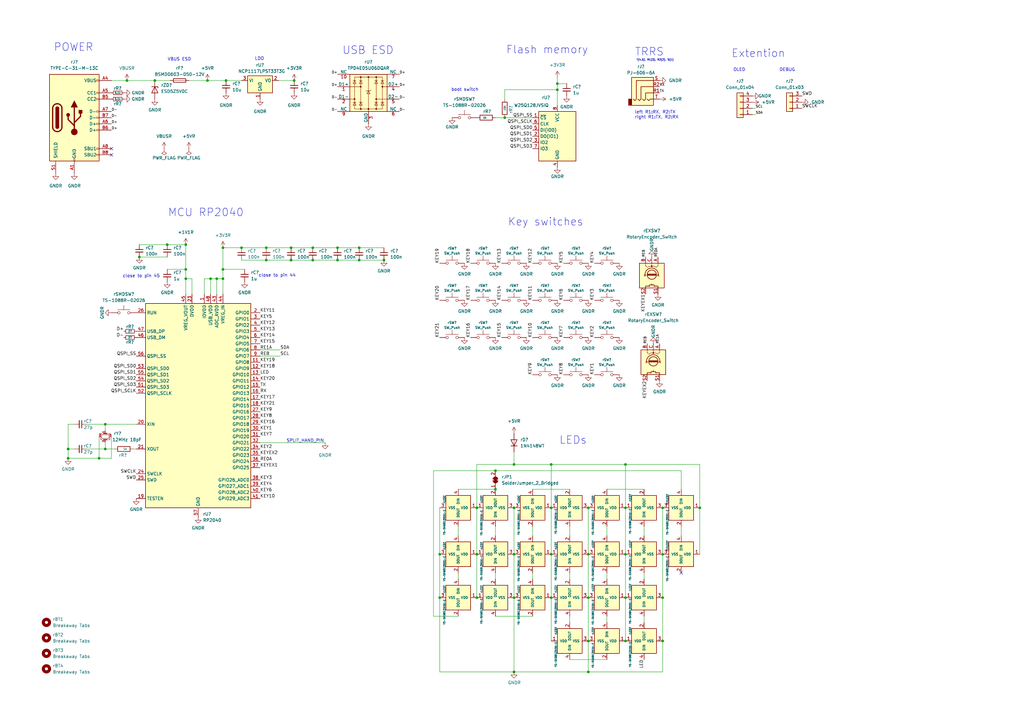
<source format=kicad_sch>
(kicad_sch (version 20231120) (generator "eeschema") (generator_version "8.0")
  (paper "A3")
  (title_block (title "Corne Right") (date "2023-10-07") (rev "4.0.0") (company "foostan"))
  (junction (at 27.94 184.15))
  (junction (at 228.6 36.83))
  (junction (at 180.34 245.11))
  (junction (at 226.06 227.33))
  (junction (at 210.82 245.11))
  (junction (at 91.44 114.3))
  (junction (at 241.3 227.33))
  (junction (at 256.54 227.33))
  (junction (at 128.27 101.6))
  (junction (at 40.64 187.96))
  (junction (at 195.58 208.28))
  (junction (at 43.18 184.15))
  (junction (at 226.06 245.11))
  (junction (at 271.78 262.89))
  (junction (at 271.78 245.11))
  (junction (at 256.54 262.89))
  (junction (at 157.48 106.68))
  (junction (at 91.44 110.49))
  (junction (at 76.2 100.33))
  (junction (at 241.3 245.11))
  (junction (at 92.71 33.02))
  (junction (at 228.6 34.29))
  (junction (at 210.82 190.5))
  (junction (at 57.15 105.41))
  (junction (at 27.94 187.96))
  (junction (at 99.06 101.6))
  (junction (at 88.9 114.3))
  (junction (at 138.43 106.68))
  (junction (at 271.78 208.28))
  (junction (at 52.07 33.02))
  (junction (at 109.22 101.6))
  (junction (at 120.65 33.02))
  (junction (at 226.06 190.5))
  (junction (at 210.82 227.33))
  (junction (at 203.2 193.04))
  (junction (at 203.2 200.66))
  (junction (at 241.3 208.28))
  (junction (at 128.27 106.68))
  (junction (at 207.01 48.26))
  (junction (at 256.54 208.28))
  (junction (at 119.38 106.68))
  (junction (at 86.36 114.3))
  (junction (at 109.22 106.68))
  (junction (at 68.58 100.33))
  (junction (at 256.54 190.5))
  (junction (at 76.2 114.3))
  (junction (at 91.44 101.6))
  (junction (at 287.02 208.28))
  (junction (at 241.3 262.89))
  (junction (at 85.09 33.02))
  (junction (at 256.54 245.11))
  (junction (at 210.82 275.59))
  (junction (at 226.06 208.28))
  (junction (at 63.5 33.02))
  (junction (at 241.3 275.59))
  (junction (at 119.38 101.6))
  (junction (at 147.32 101.6))
  (junction (at 43.18 173.99))
  (junction (at 195.58 245.11))
  (junction (at 180.34 227.33))
  (junction (at 147.32 106.68))
  (junction (at 195.58 227.33))
  (junction (at 210.82 208.28))
  (junction (at 271.78 227.33))
  (junction (at 76.2 110.49))
  (junction (at 138.43 101.6))
  (no_connect (at 45.72 63.5))
  (no_connect (at 279.4 234.95))
  (no_connect (at 45.72 60.96))
  (wire (pts (xy 91.44 101.6) (xy 99.06 101.6)))
  (wire (pts (xy 241.3 208.28) (xy 241.3 227.33)))
  (wire (pts (xy 106.68 146.05) (xy 114.935 146.05)))
  (wire (pts (xy 138.43 101.6) (xy 147.32 101.6)))
  (wire (pts (xy 83.82 114.3) (xy 86.36 114.3)))
  (wire (pts (xy 85.09 33.02) (xy 92.71 33.02)))
  (wire (pts (xy 210.82 227.33) (xy 210.82 245.11)))
  (wire (pts (xy 27.94 187.96) (xy 40.64 187.96)))
  (wire (pts (xy 241.3 262.89) (xy 241.3 275.59)))
  (wire (pts (xy 210.82 190.5) (xy 195.58 190.5)))
  (wire (pts (xy 180.34 245.11) (xy 180.34 275.59)))
  (wire (pts (xy 27.94 173.99) (xy 27.94 184.15)))
  (wire (pts (xy 147.32 106.68) (xy 157.48 106.68)))
  (wire (pts (xy 138.43 106.68) (xy 147.32 106.68)))
  (wire (pts (xy 256.54 227.33) (xy 256.54 245.11)))
  (wire (pts (xy 30.48 173.99) (xy 27.94 173.99)))
  (wire (pts (xy 226.06 245.11) (xy 226.06 262.89)))
  (wire (pts (xy 264.16 234.95) (xy 264.16 237.49)))
  (wire (pts (xy 106.68 181.61) (xy 133.35 181.61)))
  (wire (pts (xy 177.8 193.04) (xy 203.2 193.04)))
  (wire (pts (xy 114.3 33.02) (xy 120.65 33.02)))
  (wire (pts (xy 271.78 275.59) (xy 241.3 275.59)))
  (wire (pts (xy 43.18 184.15) (xy 43.18 181.61)))
  (wire (pts (xy 86.36 114.3) (xy 86.36 120.65)))
  (wire (pts (xy 233.68 252.73) (xy 233.68 255.27)))
  (wire (pts (xy 248.92 215.9) (xy 248.92 219.71)))
  (wire (pts (xy 180.34 208.28) (xy 180.34 227.33)))
  (wire (pts (xy 119.38 101.6) (xy 128.27 101.6)))
  (wire (pts (xy 218.44 234.95) (xy 218.44 237.49)))
  (wire (pts (xy 109.22 106.68) (xy 119.38 106.68)))
  (wire (pts (xy 68.58 110.49) (xy 76.2 110.49)))
  (wire (pts (xy 35.56 184.15) (xy 43.18 184.15)))
  (wire (pts (xy 76.2 110.49) (xy 76.2 114.3)))
  (wire (pts (xy 210.82 275.59) (xy 241.3 275.59)))
  (wire (pts (xy 91.44 114.3) (xy 88.9 114.3)))
  (wire (pts (xy 63.5 33.02) (xy 69.85 33.02)))
  (wire (pts (xy 76.2 100.33) (xy 76.2 110.49)))
  (wire (pts (xy 271.78 245.11) (xy 271.78 262.89)))
  (wire (pts (xy 91.44 120.65) (xy 91.44 114.3)))
  (wire (pts (xy 228.6 36.83) (xy 207.01 36.83)))
  (wire (pts (xy 91.44 101.6) (xy 91.44 110.49)))
  (wire (pts (xy 279.4 193.04) (xy 279.4 200.66)))
  (wire (pts (xy 43.18 176.53) (xy 43.18 173.99)))
  (wire (pts (xy 99.06 106.68) (xy 109.22 106.68)))
  (wire (pts (xy 233.68 237.49) (xy 233.68 234.95)))
  (wire (pts (xy 233.68 200.66) (xy 218.44 200.66)))
  (wire (pts (xy 256.54 245.11) (xy 256.54 262.89)))
  (wire (pts (xy 309.88 46.99) (xy 308.61 46.99)))
  (wire (pts (xy 27.94 184.15) (xy 30.48 184.15)))
  (wire (pts (xy 287.02 208.28) (xy 287.02 227.33)))
  (wire (pts (xy 241.3 227.33) (xy 241.3 245.11)))
  (wire (pts (xy 195.58 190.5) (xy 195.58 208.28)))
  (wire (pts (xy 45.72 187.96) (xy 40.64 187.96)))
  (wire (pts (xy 207.01 48.26) (xy 218.44 48.26)))
  (wire (pts (xy 203.2 252.73) (xy 218.44 252.73)))
  (wire (pts (xy 233.68 219.71) (xy 233.68 215.9)))
  (wire (pts (xy 177.8 193.04) (xy 177.8 252.73)))
  (wire (pts (xy 218.44 219.71) (xy 218.44 215.9)))
  (wire (pts (xy 264.16 215.9) (xy 264.16 219.71)))
  (wire (pts (xy 40.64 179.07) (xy 40.64 187.96)))
  (wire (pts (xy 86.36 114.3) (xy 88.9 114.3)))
  (wire (pts (xy 195.58 227.33) (xy 195.58 245.11)))
  (wire (pts (xy 271.78 208.28) (xy 271.78 227.33)))
  (wire (pts (xy 106.68 143.51) (xy 114.935 143.51)))
  (wire (pts (xy 57.15 105.41) (xy 68.58 105.41)))
  (wire (pts (xy 119.38 106.68) (xy 128.27 106.68)))
  (wire (pts (xy 68.58 100.33) (xy 76.2 100.33)))
  (wire (pts (xy 147.32 101.6) (xy 157.48 101.6)))
  (wire (pts (xy 91.44 110.49) (xy 91.44 114.3)))
  (wire (pts (xy 83.82 114.3) (xy 83.82 120.65)))
  (wire (pts (xy 43.18 173.99) (xy 55.88 173.99)))
  (wire (pts (xy 180.34 227.33) (xy 180.34 245.11)))
  (wire (pts (xy 210.82 208.28) (xy 210.82 227.33)))
  (wire (pts (xy 52.07 33.02) (xy 63.5 33.02)))
  (wire (pts (xy 88.9 114.3) (xy 88.9 120.65)))
  (wire (pts (xy 309.88 44.45) (xy 308.61 44.45)))
  (wire (pts (xy 279.4 215.9) (xy 279.4 219.71)))
  (wire (pts (xy 54.61 184.15) (xy 55.88 184.15)))
  (wire (pts (xy 45.72 33.02) (xy 52.07 33.02)))
  (wire (pts (xy 256.54 190.5) (xy 287.02 190.5)))
  (wire (pts (xy 256.54 190.5) (xy 256.54 208.28)))
  (wire (pts (xy 128.27 101.6) (xy 138.43 101.6)))
  (wire (pts (xy 76.2 120.65) (xy 76.2 114.3)))
  (wire (pts (xy 203.2 237.49) (xy 203.2 234.95)))
  (wire (pts (xy 45.72 179.07) (xy 45.72 187.96)))
  (wire (pts (xy 203.2 219.71) (xy 203.2 215.9)))
  (wire (pts (xy 203.2 193.04) (xy 279.4 193.04)))
  (wire (pts (xy 91.44 110.49) (xy 100.33 110.49)))
  (wire (pts (xy 241.3 245.11) (xy 241.3 262.89)))
  (wire (pts (xy 271.78 262.89) (xy 271.78 275.59)))
  (wire (pts (xy 109.22 101.6) (xy 119.38 101.6)))
  (wire (pts (xy 256.54 208.28) (xy 256.54 227.33)))
  (wire (pts (xy 228.6 36.83) (xy 228.6 43.18)))
  (wire (pts (xy 248.92 270.51) (xy 233.68 270.51)))
  (wire (pts (xy 187.96 234.95) (xy 187.96 237.49)))
  (wire (pts (xy 287.02 190.5) (xy 287.02 208.28)))
  (wire (pts (xy 228.6 31.75) (xy 228.6 34.29)))
  (wire (pts (xy 203.2 48.26) (xy 207.01 48.26)))
  (wire (pts (xy 210.82 190.5) (xy 226.06 190.5)))
  (wire (pts (xy 128.27 106.68) (xy 138.43 106.68)))
  (wire (pts (xy 195.58 208.28) (xy 195.58 227.33)))
  (wire (pts (xy 35.56 173.99) (xy 43.18 173.99)))
  (wire (pts (xy 228.6 34.29) (xy 232.41 34.29)))
  (wire (pts (xy 248.92 234.95) (xy 248.92 237.49)))
  (wire (pts (xy 203.2 200.66) (xy 187.96 200.66)))
  (wire (pts (xy 78.74 114.3) (xy 76.2 114.3)))
  (wire (pts (xy 92.71 33.02) (xy 99.06 33.02)))
  (wire (pts (xy 228.6 34.29) (xy 228.6 36.83)))
  (wire (pts (xy 271.78 227.33) (xy 271.78 245.11)))
  (wire (pts (xy 248.92 200.66) (xy 264.16 200.66)))
  (wire (pts (xy 226.06 208.28) (xy 226.06 227.33)))
  (wire (pts (xy 226.06 190.5) (xy 226.06 208.28)))
  (wire (pts (xy 210.82 185.42) (xy 210.82 190.5)))
  (wire (pts (xy 207.01 36.83) (xy 207.01 40.64)))
  (wire (pts (xy 99.06 101.6) (xy 109.22 101.6)))
  (wire (pts (xy 226.06 190.5) (xy 256.54 190.5)))
  (wire (pts (xy 43.18 184.15) (xy 46.99 184.15)))
  (wire (pts (xy 27.94 184.15) (xy 27.94 187.96)))
  (wire (pts (xy 57.15 100.33) (xy 68.58 100.33)))
  (wire (pts (xy 78.74 120.65) (xy 78.74 114.3)))
  (wire (pts (xy 226.06 227.33) (xy 226.06 245.11)))
  (wire (pts (xy 77.47 33.02) (xy 85.09 33.02)))
  (wire (pts (xy 180.34 275.59) (xy 210.82 275.59)))
  (wire (pts (xy 187.96 215.9) (xy 187.96 219.71)))
  (wire (pts (xy 187.96 252.73) (xy 177.8 252.73)))
  (wire (pts (xy 264.16 252.73) (xy 264.16 255.27)))
  (wire (pts (xy 210.82 245.11) (xy 210.82 275.59)))
  (wire (pts (xy 248.92 252.73) (xy 248.92 255.27)))
  (text "USB ESD" (at 140.335 22.606 0) (effects (font (size 3.175 3.175)) (justify left bottom)))
  (text "Flash memory" (at 207.518 22.352 0) (effects (font (size 3.175 3.175)) (justify left bottom)))
  (text "MCU RP2040" (at 68.834 89.154 0) (effects (font (size 3.175 3.175)) (justify left bottom)))
  (text "DEBUG" (at 319.659 29.464 0) (effects (font (size 1.27 1.27)) (justify left bottom)))
  (text "POWER\n" (at 21.971 21.336 0) (effects (font (size 3.175 3.175)) (justify left bottom)))
  (text "boot switch" (at 185.039 37.592 0) (effects (font (size 1.27 1.27)) (justify left bottom)))
  (text "LDO" (at 104.521 24.892 0) (effects (font (size 1.27 1.27)) (justify left bottom)))
  (text "Key switches" (at 208.28 92.964 0) (effects (font (size 3.175 3.175)) (justify left bottom)))
  (text "LEDs" (at 229.362 182.499 0) (effects (font (size 3.175 3.175)) (justify left bottom)))
  (text "Extention" (at 299.974 23.876 0) (effects (font (size 3.175 3.175)) (justify left bottom)))
  (text "TRRS" (at 260.35 23.241 0) (effects (font (size 3.175 3.175)) (justify left bottom)))
  (text "OLED" (at 300.736 29.464 0) (effects (font (size 1.27 1.27)) (justify left bottom)))
  (text "close to pin 45" (at 50.292 114.046 0) (effects (font (size 1.27 1.27)) (justify left bottom)))
  (text "close to pin 44" (at 106.045 113.792 0) (effects (font (size 1.27 1.27)) (justify left bottom)))
  (text "left R1:RX, R2:TX\nright R1:TX, R2:RX" (at 260.35 48.895 0) (effects (font (size 1.27 1.27)) (justify left bottom)))
  (text "SPLIT_HAND_PIN" (at 117.475 181.61 0) (effects (font (size 1.27 1.27)) (justify left bottom)))
  (text "T(4,5), R1(3), R2(2), S(1)\n" (at 260.985 25.146 0) (effects (font (size 0.762 0.762)) (justify left bottom)))
  (text "VBUS ESD" (at 68.707 25.146 0) (effects (font (size 1.27 1.27)) (justify left bottom)))
  (label "QSPI_SCLK" (at 55.88 161.29 180))
  (label "KEYEX2" (at 265.43 156.21 270))
  (label "SWCLK" (at 55.88 194.31 180))
  (label "TX" (at 106.68 158.75 0))
  (label "RX" (at 270.51 35.56 0) (effects (font (size 1 1))))
  (label "SCL" (at 309.88 44.45 0) (effects (font (size 1 1))))
  (label "RE0A" (at 269.875 105.41 90) (effects (font (size 1 1))))
  (label "KEY8" (at 106.68 171.45 0))
  (label "D+" (at 163.83 35.56 0) (effects (font (size 1 1))))
  (label "KEY19" (at 180.34 107.95 90))
  (label "D-" (at 45.72 45.72 0) (effects (font (size 1 1))))
  (label "KEY18" (at 106.68 151.13 0))
  (label "KEY4" (at 243.84 107.95 90))
  (label "KEY6" (at 231.14 123.19 90))
  (label "RE0A" (at 106.68 189.23 0))
  (label "RX" (at 106.68 161.29 0))
  (label "D-" (at 163.83 40.64 0) (effects (font (size 1 1))))
  (label "KEY14" (at 205.74 123.19 90))
  (label "KEY12" (at 218.44 107.95 90))
  (label "KEY20" (at 180.34 123.19 90))
  (label "QSPI_SD3" (at 55.88 158.75 180))
  (label "QSPI_SCLK" (at 218.44 50.8 180))
  (label "KEY16" (at 106.68 173.99 0))
  (label "QSPI_SD1" (at 218.44 55.88 180))
  (label "KEY3" (at 243.84 123.19 90))
  (label "KEY2" (at 243.84 138.43 90))
  (label "D-" (at 45.72 48.26 0) (effects (font (size 1 1))))
  (label "KEY16" (at 193.04 138.43 90))
  (label "KEY15" (at 205.74 138.43 90))
  (label "SWD" (at 55.88 196.85 180))
  (label "KEY11" (at 218.44 123.19 90))
  (label "SDA" (at 114.935 143.51 0))
  (label "KEY9" (at 106.68 168.91 0))
  (label "KEY18" (at 193.04 107.95 90))
  (label "D+" (at 138.43 35.56 180) (effects (font (size 1 1))))
  (label "D-" (at 163.83 45.72 0) (effects (font (size 1 1))))
  (label "QSPI_SD2" (at 218.44 58.42 180))
  (label "KEY17" (at 193.04 123.19 90))
  (label "QSPI_SD2" (at 55.88 156.21 180))
  (label "KEY13" (at 205.74 107.95 90))
  (label "KEY7" (at 106.68 179.07 0))
  (label "D+" (at 45.72 50.8 0) (effects (font (size 1 1))))
  (label "KEY10" (at 218.44 138.43 90))
  (label "KEY9" (at 218.44 153.67 90))
  (label "QSPI_SS" (at 218.44 48.26 180))
  (label "KEY5" (at 106.68 130.81 0))
  (label "REB" (at 106.68 146.05 0))
  (label "KEY1" (at 243.84 153.67 90))
  (label "SCL" (at 114.935 146.05 0))
  (label "KEY19" (at 106.68 148.59 0))
  (label "KEYEX1" (at 264.795 120.65 270))
  (label "KEY2" (at 106.68 184.15 0))
  (label "TX" (at 270.51 38.1 0) (effects (font (size 1 1))))
  (label "KEY12" (at 106.68 133.35 0))
  (label "QSPI_SS" (at 55.88 146.05 180))
  (label "KEY7" (at 231.14 138.43 90))
  (label "KEY4" (at 106.68 199.39 0))
  (label "QSPI_SD0" (at 218.44 53.34 180))
  (label "KEY15" (at 106.68 140.97 0))
  (label "KEY20" (at 106.68 156.21 0))
  (label "D-" (at 50.8 138.43 180))
  (label "SWD" (at 328.93 39.37 0))
  (label "KEY21" (at 180.34 138.43 90))
  (label "REB" (at 265.43 140.97 90) (effects (font (size 1 1))))
  (label "KEY17" (at 106.68 163.83 0))
  (label "RE1A" (at 270.51 140.97 90) (effects (font (size 1 1))))
  (label "KEY14" (at 106.68 138.43 0))
  (label "D+" (at 163.83 30.48 0) (effects (font (size 1 1))))
  (label "KEY1" (at 106.68 176.53 0))
  (label "LED" (at 264.16 270.51 270))
  (label "KEYEX2" (at 106.68 186.69 0))
  (label "REB" (at 264.795 105.41 90) (effects (font (size 1 1))))
  (label "KEY21" (at 106.68 166.37 0))
  (label "D-" (at 138.43 45.72 180) (effects (font (size 1 1))))
  (label "SWCLK" (at 328.93 44.45 0))
  (label "SDA" (at 309.88 46.99 0) (effects (font (size 1 1))))
  (label "KEYEX1" (at 106.68 191.77 0))
  (label "QSPI_SD3" (at 218.44 60.96 180))
  (label "D+" (at 138.43 30.48 180) (effects (font (size 1 1))))
  (label "D+" (at 50.8 135.89 180))
  (label "KEY13" (at 106.68 135.89 0))
  (label "KEY3" (at 106.68 196.85 0))
  (label "D+" (at 45.72 53.34 0) (effects (font (size 1 1))))
  (label "KEY11" (at 106.68 128.27 0))
  (label "KEY5" (at 231.14 107.95 90))
  (label "D-" (at 138.43 40.64 180) (effects (font (size 1 1))))
  (label "KEY10" (at 106.68 204.47 0))
  (label "KEY6" (at 106.68 201.93 0))
  (label "QSPI_SD0" (at 55.88 151.13 180))
  (label "RE1A" (at 106.68 143.51 0))
  (label "LED" (at 106.68 153.67 0))
  (label "KEY8" (at 231.14 153.67 90))
  (label "QSPI_SD1" (at 55.88 153.67 180))
  (symbol (lib_id "kbd:GNDR") (at 328.93 41.91 90) (unit 1)
    (property "Reference" "#PWR?" (effects (hide yes)))
    (property "Value" "GNDR" (at 332.74 41.91 90) (effects (justify right)))
  )
  (symbol (lib_id "kbd_local:YS-SK6812MINI-E") (at 233.68 245.11 90) (unit 1)
    (property "Reference" "rLED?" (at 227.965 243.205 0) (effects (font (size 0.7366 0.7366)) (justify left)))
    (property "Value" "YS-SK6812MINI-E" (at 227.965 255.905 0) (effects (font (size 0.7366 0.7366)) (justify left)))
    (property "Footprint" "kbd_local:YS-SK6812MINI-E" (effects (hide yes)))
    (property "JLCPCB Part #" "C5149201" (effects (hide yes)))
  )
  (symbol (lib_id "Device:C_Small") (at 33.02 184.15 270) (unit 1)
    (property "Reference" "rC?" (at 34.29 182.88 90) (effects (justify left)))
    (property "Value" "27p" (at 34.29 185.42 90) (effects (justify left)))
    (property "Footprint" "Capacitor_SMD:C_0402_1005Metric" (effects (hide yes)))
  )
  (symbol (lib_id "kbd:+3V3R") (at 120.65 33.02 0) (unit 1)
    (property "Reference" "#PWR070" (effects (hide yes)))
    (property "Value" "+3V3R" (at 120.65 27.94 0))
  )
  (symbol (lib_id "kbd:GNDR") (at 63.5 40.64 0) (unit 1)
    (property "Reference" "#PWR?" (effects (hide yes)))
    (property "Value" "GNDR" (at 63.5 45.085 0))
  )
  (symbol (lib_id "kbd:GNDR") (at 241.3 123.19 0) (unit 1)
    (property "Reference" "#PWR?" (effects (hide yes)))
    (property "Value" "GNDR" (at 241.3 127.635 0))
  )
  (symbol (lib_id "Switch:SW_Push") (at 236.22 123.19 0) (unit 1)
    (property "Reference" "rSW?" (at 236.22 117.094 0) (effects (font (size 1 1))))
    (property "Value" "SW_Push" (at 236.22 119.126 0) (effects (font (size 1 1))))
    (property "Footprint" "kbd_local:keyswitch_choc12_hotswap_1u" (effects (hide yes)))
    (property "JLCPCB Part #" "C5333465" (effects (hide yes)))
  )
  (symbol (lib_name "SW_Push_1") (lib_id "Switch:SW_Push") (at 248.92 107.95 0) (unit 1)
    (property "Reference" "rSW?" (at 248.92 101.854 0) (effects (font (size 1 1))))
    (property "Value" "SW_Push" (at 248.92 103.886 0) (effects (font (size 1 1))))
    (property "Footprint" "kbd_local:keyswitch_choc12_hotswap_1u" (effects (hide yes)))
    (property "JLCPCB Part #" "C5333465" (effects (hide yes)))
  )
  (symbol (lib_id "kbd:GNDR") (at 215.9 107.95 0) (unit 1)
    (property "Reference" "#PWR?" (effects (hide yes)))
    (property "Value" "GNDR" (at 215.9 112.395 0))
  )
  (symbol (lib_id "kbd:GNDR") (at 241.3 153.67 0) (unit 1)
    (property "Reference" "#PWR?" (effects (hide yes)))
    (property "Value" "GNDR" (at 241.3 158.115 0))
  )
  (symbol (lib_id "Regulator_Linear:NCP1117-3.3_SOT223") (at 106.68 33.02 0) (unit 1)
    (property "Reference" "rU?" (at 106.68 26.67 0))
    (property "Value" "NCP1117LPST33T3G" (at 107.315 29.21 0))
    (property "Footprint" "Package_TO_SOT_SMD:SOT-223-3_TabPin2" (effects (hide yes)))
    (property "Datasheet" "http://www.onsemi.com/pub_link/Collateral/NCP1117-D.PDF" (effects (hide yes)))
    (property "JLCPCB Part #" "C146799" (effects (hide yes)))
  )
  (symbol (lib_id "kbd_local:YS-SK6812MINI-E") (at 248.92 208.28 270) (unit 1)
    (property "Reference" "rLED?" (at 243.205 203.2 0) (effects (font (size 0.7366 0.7366)) (justify left)))
    (property "Value" "YS-SK6812MINI-E" (at 243.205 208.915 0) (effects (font (size 0.7366 0.7366)) (justify left)))
    (property "Footprint" "kbd_local:YS-SK6812MINI-E" (effects (hide yes)))
    (property "JLCPCB Part #" "C5149201" (effects (hide yes)))
  )
  (symbol (lib_id "kbd_local:VBUSR") (at 67.31 60.96 0) (unit 1)
    (property "Reference" "#PWR065" (effects (hide yes)))
    (property "Value" "VBUSR" (at 67.31 55.88 0))
  )
  (symbol (lib_id "kbd:GNDR") (at 267.97 140.97 180) (unit 1)
    (property "Reference" "#PWR?" (effects (hide yes)))
    (property "Value" "GNDR" (at 267.97 135.89 90))
  )
  (symbol (lib_id "Device:Fuse") (at 73.66 33.02 90) (unit 1)
    (property "Reference" "rF?" (at 73.66 27.94 90))
    (property "Value" "BSMD0603-050-12V" (at 73.66 30.48 90))
    (property "Footprint" "Fuse:Fuse_0603_1608Metric" (effects (hide yes)))
    (property "Description" "12V 500mA 40A 1A 0603 Resettable Fuses ROHS" (effects (hide yes)))
    (property "JLCPCB Part #" "C2844464" (effects (hide yes)))
  )
  (symbol (lib_id "kbd:GNDR") (at 215.9 123.19 0) (unit 1)
    (property "Reference" "#PWR?" (effects (hide yes)))
    (property "Value" "GNDR" (at 215.9 127.635 0))
  )
  (symbol (lib_id "Connector:USB_C_Receptacle_USB2.0") (at 30.48 48.26 0) (unit 1)
    (property "Reference" "rJ?" (at 30.48 25.4 0))
    (property "Value" "TYPE-C-31-M-13C" (at 30.48 27.94 0))
    (property "Footprint" "kbd_local:TYPE-C-31-M-13C" (effects (hide yes)))
    (property "Datasheet" "https://www.usb.org/sites/default/files/documents/usb_type-c.zip" (effects (hide yes)))
    (property "JLCPCB Part #" "C2848620" (effects (hide yes)))
  )
  (symbol (lib_id "kbd:GNDR") (at 22.86 71.12 0) (unit 1)
    (property "Reference" "#PWR?" (effects (hide yes)))
    (property "Value" "GNDR" (at 22.86 76.2 0))
  )
  (symbol (lib_id "kbd:GNDR") (at 81.28 212.09 0) (unit 1)
    (property "Reference" "#PWR?" (effects (hide yes)))
    (property "Value" "GNDR" (at 81.28 216.535 0))
  )
  (symbol (lib_id "Device:RotaryEncoder_Switch") (at 267.97 148.59 270) (unit 1)
    (property "Reference" "rEXSW?" (at 267.97 128.905 90))
    (property "Value" "RotaryEncoder_Switch" (at 267.97 131.445 90))
    (property "Footprint" "kbd_local:keyswitch_choc12_hotswap_1u_rotary_encoder_ec12" (effects (hide yes)))
    (property "JLCPCB Part #" "C5333465" (effects (hide yes)))
  )
  (symbol (lib_id "kbd:GNDR") (at 50.8 40.64 90) (unit 1)
    (property "Reference" "#PWR?" (effects (hide yes)))
    (property "Value" "GNDR" (at 53.975 40.64 90) (effects (justify right)))
  )
  (symbol (lib_id "Switch:SW_Push") (at 236.22 107.95 0) (unit 1)
    (property "Reference" "rSW?" (at 236.22 101.854 0) (effects (font (size 1 1))))
    (property "Value" "SW_Push" (at 236.22 103.886 0) (effects (font (size 1 1))))
    (property "Footprint" "kbd_local:keyswitch_choc12_hotswap_1u" (effects (hide yes)))
    (property "JLCPCB Part #" "C5333465" (effects (hide yes)))
  )
  (symbol (lib_id "kbd:GNDR") (at 190.5 107.95 0) (unit 1)
    (property "Reference" "#PWR?" (effects (hide yes)))
    (property "Value" "GNDR" (at 190.5 112.395 0))
  )
  (symbol (lib_id "kbd_local:YS-SK6812MINI-E") (at 203.2 208.28 90) (unit 1)
    (property "Reference" "rLED?" (at 197.485 206.375 0) (effects (font (size 0.7366 0.7366)) (justify left)))
    (property "Value" "YS-SK6812MINI-E" (at 197.485 219.71 0) (effects (font (size 0.7366 0.7366)) (justify left)))
    (property "Footprint" "kbd_local:YS-SK6812MINI-E" (effects (hide yes)))
    (property "JLCPCB Part #" "C5149201" (effects (hide yes)))
  )
  (symbol (lib_id "Switch:SW_Push") (at 198.12 138.43 0) (unit 1)
    (property "Reference" "rSW?" (at 198.12 132.334 0) (effects (font (size 1 1))))
    (property "Value" "SW_Push" (at 198.12 134.366 0) (effects (font (size 1 1))))
    (property "Footprint" "kbd_local:keyswitch_choc12_hotswap_1u" (effects (hide yes)))
    (property "JLCPCB Part #" "C5333465" (effects (hide yes)))
  )
  (symbol (lib_id "kbd:+5VR") (at 210.82 177.8 0) (unit 1)
    (property "Reference" "#PWR069" (effects (hide yes)))
    (property "Value" "+5VR" (at 210.82 172.72 0))
  )
  (symbol (lib_id "kbd_local:YS-SK6812MINI-E") (at 233.68 227.33 90) (unit 1)
    (property "Reference" "rLED?" (at 227.965 225.425 0) (effects (font (size 0.7366 0.7366)) (justify left)))
    (property "Value" "YS-SK6812MINI-E" (at 227.965 238.125 0) (effects (font (size 0.7366 0.7366)) (justify left)))
    (property "Footprint" "kbd_local:YS-SK6812MINI-E" (effects (hide yes)))
    (property "JLCPCB Part #" "C5149201" (effects (hide yes)))
  )
  (symbol (lib_id "kbd:GNDR") (at 254 138.43 0) (unit 1)
    (property "Reference" "#PWR?" (effects (hide yes)))
    (property "Value" "GNDR" (at 254 142.875 0))
  )
  (symbol (lib_id "kbd:GNDR") (at 151.13 50.8 0) (unit 1)
    (property "Reference" "#PWR?" (effects (hide yes)))
    (property "Value" "GNDR" (at 151.13 55.88 0))
  )
  (symbol (lib_id "kbd:GNDR") (at 269.875 120.65 0) (unit 1)
    (property "Reference" "#PWR?" (effects (hide yes)))
    (property "Value" "GNDR" (at 269.875 125.095 0))
  )
  (symbol (lib_id "Switch:SW_Push") (at 210.82 138.43 0) (unit 1)
    (property "Reference" "rSW?" (at 210.82 132.334 0) (effects (font (size 1 1))))
    (property "Value" "SW_Push" (at 210.82 134.366 0) (effects (font (size 1 1))))
    (property "Footprint" "kbd_local:keyswitch_choc12_hotswap_1u" (effects (hide yes)))
    (property "JLCPCB Part #" "C5333465" (effects (hide yes)))
  )
  (symbol (lib_id "Device:R_Small") (at 48.26 40.64 270) (unit 1)
    (property "Reference" "rR?" (at 48.26 42.545 90))
    (property "Value" "5.1k" (at 48.26 40.64 90) (effects (font (size 0.762 0.762))))
    (property "Footprint" "Resistor_SMD:R_0402_1005Metric" (effects (hide yes)))
  )
  (symbol (lib_id "Diode:1N4148WT") (at 210.82 181.61 90) (unit 1)
    (property "Reference" "rD?" (at 213.36 180.34 90) (effects (justify right)))
    (property "Value" "1N4148WT" (at 213.36 182.88 90) (effects (justify right)))
    (property "Footprint" "Diode_SMD:D_SOD-523" (effects (hide yes)))
    (property "Datasheet" "https://www.diodes.com/assets/Datasheets/ds30396.pdf" (effects (hide yes)))
    (property "JLCPCB Part #" "C232841" (effects (hide yes)))
  )
  (symbol (lib_id "Device:Crystal_GND24_Small") (at 43.18 179.07 270) (unit 1)
    (property "Reference" "rY?" (at 48.26 177.8 90))
    (property "Value" "12MHz 18pF" (at 52.07 180.34 90))
    (property "Footprint" "Crystal:Crystal_SMD_3225-4Pin_3.2x2.5mm" (effects (hide yes)))
    (property "Description" "12MHz 18pF ±20ppm SMD3225-4P Crystals ROHS" (effects (hide yes)))
    (property "MFR.Part #" "Q22FA23V0041800" (effects (hide yes)))
    (property "JLCPCB Part #" "C91749" (effects (hide yes)))
  )
  (symbol (lib_id "kbd_local:YS-SK6812MINI-E") (at 248.92 245.11 270) (unit 1)
    (property "Reference" "rLED?" (at 243.205 239.395 0) (effects (font (size 0.7366 0.7366)) (justify left)))
    (property "Value" "YS-SK6812MINI-E" (at 243.205 245.745 0) (effects (font (size 0.7366 0.7366)) (justify left)))
    (property "Footprint" "kbd_local:YS-SK6812MINI-E" (effects (hide yes)))
    (property "JLCPCB Part #" "C5149201" (effects (hide yes)))
  )
  (symbol (lib_id "Switch:SW_Push") (at 248.92 153.67 0) (unit 1)
    (property "Reference" "rSW?" (at 248.92 147.574 0) (effects (font (size 1 1))))
    (property "Value" "SW_Push" (at 248.92 149.606 0) (effects (font (size 1 1))))
    (property "Footprint" "kbd_local:keyswitch_choc12_hotswap_1.5u" (effects (hide yes)))
    (property "JLCPCB Part #" "C5333465" (effects (hide yes)))
  )
  (symbol (lib_id "kbd:GNDR") (at 215.9 138.43 0) (unit 1)
    (property "Reference" "#PWR?" (effects (hide yes)))
    (property "Value" "GNDR" (at 215.9 142.875 0))
  )
  (symbol (lib_id "kbd:GNDR") (at 185.42 48.26 0) (unit 1)
    (property "Reference" "#PWR?" (effects (hide yes)))
    (property "Value" "GNDR" (at 185.42 52.07 0))
  )
  (symbol (lib_id "Mechanical:MountingHole") (at 19.05 274.32 0) (unit 1)
    (property "Reference" "rBT4" (at 21.59 273.05 0) (effects (justify left)))
    (property "Value" "Breakaway Tabs" (at 21.59 275.59 0) (effects (justify left)))
    (property "Footprint" "kbd_local:Breakaway_Tabs" (effects (hide yes)))
  )
  (symbol (lib_id "Device:C_Small") (at 57.15 102.87 0) (unit 1)
    (property "Reference" "rC?" (at 59.69 101.6 0) (effects (justify left)))
    (property "Value" "100n" (at 59.69 104.14 0) (effects (justify left)))
    (property "Footprint" "Capacitor_SMD:C_0402_1005Metric" (effects (hide yes)))
  )
  (symbol (lib_id "Diode:ESD5Zxx") (at 63.5 36.83 270) (unit 1)
    (property "Reference" "rZD?" (at 66.04 34.925 90) (effects (justify left)))
    (property "Value" "ESD5Z5V0C" (at 66.04 37.465 90) (effects (justify left)))
    (property "Footprint" "Diode_SMD:D_SOD-523" (effects (hide yes)))
    (property "Datasheet" "https://www.onsemi.com/pdf/datasheet/esd5z2.5t1-d.pdf" (effects (hide yes)))
    (property "JLCPCB Part #" "C2901325" (effects (hide yes)))
  )
  (symbol (lib_id "kbd_local:VBUSR") (at 52.07 33.02 0) (unit 1)
    (property "Reference" "#PWR066" (effects (hide yes)))
    (property "Value" "VBUSR" (at 52.07 27.94 0))
  )
  (symbol (lib_id "kbd_local:YS-SK6812MINI-E") (at 248.92 262.89 270) (unit 1)
    (property "Reference" "rLED?" (at 243.205 257.175 0) (effects (font (size 0.7366 0.7366)) (justify left)))
    (property "Value" "YS-SK6812MINI-E" (at 243.205 263.525 0) (effects (font (size 0.7366 0.7366)) (justify left)))
    (property "Footprint" "kbd_local:YS-SK6812MINI-E" (effects (hide yes)))
    (property "JLCPCB Part #" "C5149201" (effects (hide yes)))
  )
  (symbol (lib_id "kbd:GNDR") (at 55.88 204.47 0) (unit 1)
    (property "Reference" "#PWR?" (effects (hide yes)))
    (property "Value" "GNDR" (at 55.88 208.915 0))
  )
  (symbol (lib_id "Device:C_Small") (at 68.58 102.87 0) (unit 1)
    (property "Reference" "rC?" (at 71.12 101.6 0) (effects (justify left)))
    (property "Value" "100n" (at 71.12 104.14 0) (effects (justify left)))
    (property "Footprint" "Capacitor_SMD:C_0402_1005Metric" (effects (hide yes)))
  )
  (symbol (lib_id "kbd:GNDR") (at 241.3 138.43 0) (unit 1)
    (property "Reference" "#PWR?" (effects (hide yes)))
    (property "Value" "GNDR" (at 241.3 142.875 0))
  )
  (symbol (lib_id "kbd_local:YS-SK6812MINI-E") (at 233.68 208.28 90) (unit 1)
    (property "Reference" "rLED?" (at 227.965 206.375 0) (effects (font (size 0.7366 0.7366)) (justify left)))
    (property "Value" "YS-SK6812MINI-E" (at 227.965 219.075 0) (effects (font (size 0.7366 0.7366)) (justify left)))
    (property "Footprint" "kbd_local:YS-SK6812MINI-E" (effects (hide yes)))
    (property "JLCPCB Part #" "C5149201" (effects (hide yes)))
  )
  (symbol (lib_id "kbd_local:YS-SK6812MINI-E") (at 264.16 208.28 90) (unit 1)
    (property "Reference" "rLED?" (at 258.445 205.74 0) (effects (font (size 0.7366 0.7366)) (justify left)))
    (property "Value" "YS-SK6812MINI-E" (at 258.445 219.075 0) (effects (font (size 0.7366 0.7366)) (justify left)))
    (property "Footprint" "kbd_local:YS-SK6812MINI-E" (effects (hide yes)))
    (property "JLCPCB Part #" "C5149201" (effects (hide yes)))
  )
  (symbol (lib_id "kbd:GNDR") (at 254 123.19 0) (unit 1)
    (property "Reference" "#PWR?" (effects (hide yes)))
    (property "Value" "GNDR" (at 254 127.635 0))
  )
  (symbol (lib_id "Device:C_Small") (at 100.33 113.03 0) (unit 1)
    (property "Reference" "rC?" (at 102.87 111.76 0) (effects (justify left)))
    (property "Value" "1u" (at 102.87 114.3 0) (effects (justify left)))
    (property "Footprint" "Capacitor_SMD:C_0402_1005Metric" (effects (hide yes)))
  )
  (symbol (lib_id "Switch:SW_Push") (at 198.12 123.19 0) (unit 1)
    (property "Reference" "rSW?" (at 198.12 117.094 0) (effects (font (size 1 1))))
    (property "Value" "SW_Push" (at 198.12 119.126 0) (effects (font (size 1 1))))
    (property "Footprint" "kbd_local:keyswitch_choc12_hotswap_1u" (effects (hide yes)))
    (property "JLCPCB Part #" "C5333465" (effects (hide yes)))
  )
  (symbol (lib_id "Device:C_Small") (at 128.27 104.14 0) (unit 1)
    (property "Reference" "rC?" (at 130.81 102.87 0) (effects (justify left)))
    (property "Value" "100n" (at 131.445 105.41 0) (effects (justify left)))
    (property "Footprint" "Capacitor_SMD:C_0402_1005Metric" (effects (hide yes)))
  )
  (symbol (lib_id "Switch:SW_Push") (at 185.42 138.43 0) (unit 1)
    (property "Reference" "rSW?" (at 185.42 132.334 0) (effects (font (size 1 1))))
    (property "Value" "SW_Push" (at 185.42 134.366 0) (effects (font (size 1 1))))
    (property "Footprint" "kbd_local:keyswitch_choc12_hotswap_1u" (effects (hide yes)))
    (property "JLCPCB Part #" "C5333465" (effects (hide yes)))
  )
  (symbol (lib_id "kbd:GNDR") (at 57.15 105.41 0) (unit 1)
    (property "Reference" "#PWR?" (effects (hide yes)))
    (property "Value" "GNDR" (at 57.15 109.855 0))
  )
  (symbol (lib_id "kbd:GNDR") (at 106.68 40.64 0) (unit 1)
    (property "Reference" "#PWR?" (effects (hide yes)))
    (property "Value" "GNDR" (at 106.68 45.72 0))
  )
  (symbol (lib_id "kbd:GNDR") (at 210.82 275.59 0) (unit 1)
    (property "Reference" "#PWR?" (effects (hide yes)))
    (property "Value" "GNDR" (at 210.947 279.9842 0))
  )
  (symbol (lib_id "kbd:+1V1R") (at 76.2 100.33 0) (unit 1)
    (property "Reference" "#PWR073" (effects (hide yes)))
    (property "Value" "+1V1R" (at 76.2 95.25 0))
  )
  (symbol (lib_id "kbd:GNDR") (at 270.51 33.02 90) (unit 1)
    (property "Reference" "#PWR?" (effects (hide yes)))
    (property "Value" "GNDR" (at 274.32 33.02 90) (effects (justify right)))
  )
  (symbol (lib_id "kbd:+5VR") (at 85.09 33.02 0) (unit 1)
    (property "Reference" "#PWR068" (effects (hide yes)))
    (property "Value" "+5VR" (at 85.09 27.94 0))
  )
  (symbol (lib_id "kbd:GNDR") (at 254 107.95 0) (unit 1)
    (property "Reference" "#PWR?" (effects (hide yes)))
    (property "Value" "GNDR" (at 254 112.395 0))
  )
  (symbol (lib_id "Switch:SW_Push") (at 223.52 153.67 0) (unit 1)
    (property "Reference" "rSW?" (at 223.52 147.574 0) (effects (font (size 1 1))))
    (property "Value" "SW_Push" (at 223.52 149.606 0) (effects (font (size 1 1))))
    (property "Footprint" "kbd_local:keyswitch_choc12_hotswap_1u" (effects (hide yes)))
    (property "JLCPCB Part #" "C5333465" (effects (hide yes)))
  )
  (symbol (lib_id "Device:C_Small") (at 119.38 104.14 0) (unit 1)
    (property "Reference" "rC?" (at 121.92 102.87 0) (effects (justify left)))
    (property "Value" "100n" (at 121.92 105.41 0) (effects (justify left)))
    (property "Footprint" "Capacitor_SMD:C_0402_1005Metric" (effects (hide yes)))
  )
  (symbol (lib_id "Switch:SW_Push") (at 185.42 107.95 0) (unit 1)
    (property "Reference" "rSW?" (at 185.42 101.854 0) (effects (font (size 1 1))))
    (property "Value" "SW_Push" (at 185.42 103.886 0) (effects (font (size 1 1))))
    (property "Footprint" "kbd_local:keyswitch_choc12_hotswap_1u" (effects (hide yes)))
    (property "JLCPCB Part #" "C5333465" (effects (hide yes)))
  )
  (symbol (lib_id "Power_Protection:TPD4EUSB30") (at 151.13 38.1 0) (unit 1)
    (property "Reference" "rU?" (at 151.13 25.4 0))
    (property "Value" "TPD4E05U06DQAR" (at 151.13 27.94 0))
    (property "Footprint" "Package_SON:USON-10_2.5x1.0mm_P0.5mm" (effects (hide yes)))
    (property "Datasheet" "http://www.ti.com/lit/ds/symlink/tpd2eusb30a.pdf" (effects (hide yes)))
    (property "JLCPCB Part #" "C138714" (effects (hide yes)))
  )
  (symbol (lib_id "Device:C_Small") (at 33.02 173.99 270) (unit 1)
    (property "Reference" "rC?" (at 34.29 172.72 90) (effects (justify left)))
    (property "Value" "27p" (at 34.29 175.26 90) (effects (justify left)))
    (property "Footprint" "Capacitor_SMD:C_0402_1005Metric" (effects (hide yes)))
  )
  (symbol (lib_id "kbd:GNDR") (at 30.48 71.12 0) (unit 1)
    (property "Reference" "#PWR?" (effects (hide yes)))
    (property "Value" "GNDR" (at 30.48 76.2 0))
  )
  (symbol (lib_id "Device:RotaryEncoder_Switch") (at 267.335 113.03 270) (unit 1)
    (property "Reference" "rEXSW?" (at 267.335 94.615 90))
    (property "Value" "RotaryEncoder_Switch" (at 267.335 97.155 90))
    (property "Footprint" "kbd_local:keyswitch_choc12_hotswap_1u_rotary_encoder_ec12" (effects (hide yes)))
    (property "JLCPCB Part #" "C5333465" (effects (hide yes)))
  )
  (symbol (lib_id "Switch:SW_Push") (at 248.92 138.43 0) (unit 1)
    (property "Reference" "rSW?" (at 248.92 132.334 0) (effects (font (size 1 1))))
    (property "Value" "SW_Push" (at 248.92 134.366 0) (effects (font (size 1 1))))
    (property "Footprint" "kbd_local:keyswitch_choc12_hotswap_1u" (effects (hide yes)))
    (property "JLCPCB Part #" "C5333465" (effects (hide yes)))
  )
  (symbol (lib_id "kbd:+5VR") (at 308.61 41.91 270) (unit 1)
    (property "Reference" "#PWR075" (effects (hide yes)))
    (property "Value" "+5VR" (at 312.42 41.91 90) (effects (justify left)))
  )
  (symbol (lib_id "Device:C_Small") (at 92.71 35.56 0) (unit 1)
    (property "Reference" "rC?" (at 95.25 34.29 0) (effects (justify left)))
    (property "Value" "10u" (at 95.25 36.83 0) (effects (justify left)))
    (property "Footprint" "Capacitor_SMD:C_0402_1005Metric" (effects (hide yes)))
  )
  (symbol (lib_id "kbd:GNDR") (at 308.61 39.37 90) (unit 1)
    (property "Reference" "#PWR?" (effects (hide yes)))
    (property "Value" "GNDR" (at 313.69 39.37 90))
  )
  (symbol (lib_id "Switch:SW_Push") (at 210.82 107.95 0) (unit 1)
    (property "Reference" "rSW?" (at 210.82 101.854 0) (effects (font (size 1 1))))
    (property "Value" "SW_Push" (at 210.82 103.886 0) (effects (font (size 1 1))))
    (property "Footprint" "kbd_local:keyswitch_choc12_hotswap_1u" (effects (hide yes)))
    (property "JLCPCB Part #" "C5333465" (effects (hide yes)))
  )
  (symbol (lib_id "kbd:GNDR") (at 120.65 38.1 0) (unit 1)
    (property "Reference" "#PWR?" (effects (hide yes)))
    (property "Value" "GNDR" (at 120.65 43.18 0))
  )
  (symbol (lib_id "Device:R") (at 50.8 184.15 90) (unit 1)
    (property "Reference" "rR?" (at 52.07 186.69 90) (effects (justify left)))
    (property "Value" "1k" (at 52.07 184.15 90) (effects (font (size 0.762 0.762)) (justify left)))
    (property "Footprint" "Resistor_SMD:R_0402_1005Metric" (effects (hide yes)))
  )
  (symbol (lib_id "kbd_local:YS-SK6812MINI-E") (at 279.4 208.28 270) (unit 1)
    (property "Reference" "rEXLED?" (at 273.685 202.565 0) (effects (font (size 0.7366 0.7366)) (justify left)))
    (property "Value" "YS-SK6812MINI-E" (at 273.685 208.915 0) (effects (font (size 0.7366 0.7366)) (justify left)))
    (property "Footprint" "kbd_local:YS-SK6812MINI-E" (effects (hide yes)))
    (property "JLCPCB Part #" "C5149201" (effects (hide yes)))
  )
  (symbol (lib_id "kbd:+5VR") (at 270.51 40.64 270) (unit 1)
    (property "Reference" "#PWR074" (effects (hide yes)))
    (property "Value" "+5VR" (at 274.32 40.64 90) (effects (justify left)))
  )
  (symbol (lib_id "Device:R") (at 207.01 44.45 180) (unit 1)
    (property "Reference" "rR?" (at 209.55 43.18 90) (effects (justify left)))
    (property "Value" "10k" (at 207.01 43.18 90) (effects (font (size 0.762 0.762)) (justify left)))
    (property "Footprint" "Resistor_SMD:R_0402_1005Metric" (effects (hide yes)))
  )
  (symbol (lib_id "kbd_local:YS-SK6812MINI-E") (at 233.68 262.89 90) (unit 1)
    (property "Reference" "rLED?" (at 227.965 260.35 0) (effects (font (size 0.7366 0.7366)) (justify left)))
    (property "Value" "YS-SK6812MINI-E" (at 227.965 273.685 0) (effects (font (size 0.7366 0.7366)) (justify left)))
    (property "Footprint" "kbd_local:YS-SK6812MINI-E" (effects (hide yes)))
    (property "JLCPCB Part #" "C5149201" (effects (hide yes)))
  )
  (symbol (lib_id "kbd_local:YS-SK6812MINI-E") (at 187.96 245.11 270) (unit 1)
    (property "Reference" "rLED?" (at 182.245 240.03 0) (effects (font (size 0.7366 0.7366)) (justify left)))
    (property "Value" "YS-SK6812MINI-E" (at 182.245 245.745 0) (effects (font (size 0.7366 0.7366)) (justify left)))
    (property "Footprint" "kbd_local:YS-SK6812MINI-E" (effects (hide yes)))
    (property "JLCPCB Part #" "C5149201" (effects (hide yes)))
  )
  (symbol (lib_id "Switch:SW_Push") (at 236.22 138.43 0) (unit 1)
    (property "Reference" "rSW?" (at 236.22 132.334 0) (effects (font (size 1 1))))
    (property "Value" "SW_Push" (at 236.22 134.366 0) (effects (font (size 1 1))))
    (property "Footprint" "kbd_local:keyswitch_choc12_hotswap_1u" (effects (hide yes)))
    (property "JLCPCB Part #" "C5333465" (effects (hide yes)))
  )
  (symbol (lib_id "kbd:GNDR") (at 203.2 107.95 0) (unit 1)
    (property "Reference" "#PWR?" (effects (hide yes)))
    (property "Value" "GNDR" (at 203.2 112.395 0))
  )
  (symbol (lib_id "kbd:GNDR") (at 45.72 128.27 270) (unit 1)
    (property "Reference" "#PWR?" (effects (hide yes)))
    (property "Value" "GNDR" (at 41.91 128.27 0))
  )
  (symbol (lib_id "Switch:SW_Push") (at 50.8 128.27 0) (unit 1)
    (property "Reference" "rSMDSW?" (at 50.8 120.65 0))
    (property "Value" "TS-1088R-02026" (at 50.8 123.19 0))
    (property "Footprint" "kbd_local:TS-1088R-02026" (effects (hide yes)))
    (property "JLCPCB Part #" "C455280" (effects (hide yes)))
  )
  (symbol (lib_id "Switch:SW_Push") (at 210.82 123.19 0) (unit 1)
    (property "Reference" "rSW?" (at 210.82 117.094 0) (effects (font (size 1 1))))
    (property "Value" "SW_Push" (at 210.82 119.126 0) (effects (font (size 1 1))))
    (property "Footprint" "kbd_local:keyswitch_choc12_hotswap_1u" (effects (hide yes)))
    (property "JLCPCB Part #" "C5333465" (effects (hide yes)))
  )
  (symbol (lib_id "kbd:+3V3R") (at 91.44 101.6 0) (unit 1)
    (property "Reference" "#PWR072" (effects (hide yes)))
    (property "Value" "+3V3R" (at 91.44 96.52 0))
  )
  (symbol (lib_id "kbd_local:YS-SK6812MINI-E") (at 264.16 245.11 90) (unit 1)
    (property "Reference" "rLED?" (at 258.445 242.57 0) (effects (font (size 0.7366 0.7366)) (justify left)))
    (property "Value" "YS-SK6812MINI-E" (at 258.445 255.905 0) (effects (font (size 0.7366 0.7366)) (justify left)))
    (property "Footprint" "kbd_local:YS-SK6812MINI-E" (effects (hide yes)))
    (property "JLCPCB Part #" "C5149201" (effects (hide yes)))
  )
  (symbol (lib_id "Device:C_Small") (at 99.06 104.14 0) (unit 1)
    (property "Reference" "rC?" (at 101.6 102.87 0) (effects (justify left)))
    (property "Value" "100n" (at 101.6 105.41 0) (effects (justify left)))
    (property "Footprint" "Capacitor_SMD:C_0402_1005Metric" (effects (hide yes)))
  )
  (symbol (lib_id "Device:C_Small") (at 232.41 36.83 0) (unit 1)
    (property "Reference" "rC?" (at 234.95 35.56 0) (effects (justify left)))
    (property "Value" "1u" (at 234.95 38.1 0) (effects (justify left)))
    (property "Footprint" "Capacitor_SMD:C_0402_1005Metric" (effects (hide yes)))
  )
  (symbol (lib_id "kbd:GNDR") (at 92.71 38.1 0) (unit 1)
    (property "Reference" "#PWR?" (effects (hide yes)))
    (property "Value" "GNDR" (at 92.71 43.18 0))
  )
  (symbol (lib_id "kbd:GNDR") (at 203.2 138.43 0) (unit 1)
    (property "Reference" "#PWR?" (effects (hide yes)))
    (property "Value" "GNDR" (at 203.2 142.875 0))
  )
  (symbol (lib_id "kbd:GNDR") (at 203.2 123.19 0) (unit 1)
    (property "Reference" "#PWR?" (effects (hide yes)))
    (property "Value" "GNDR" (at 203.2 127.635 0))
  )
  (symbol (lib_id "kbd:GNDR") (at 270.51 156.21 0) (unit 1)
    (property "Reference" "#PWR?" (effects (hide yes)))
    (property "Value" "GNDR" (at 270.51 160.655 0))
  )
  (symbol (lib_id "kbd_local:YS-SK6812MINI-E") (at 187.96 227.33 270) (unit 1)
    (property "Reference" "rLED?" (at 182.245 222.25 0) (effects (font (size 0.7366 0.7366)) (justify left)))
    (property "Value" "YS-SK6812MINI-E" (at 182.245 227.965 0) (effects (font (size 0.7366 0.7366)) (justify left)))
    (property "Footprint" "kbd_local:YS-SK6812MINI-E" (effects (hide yes)))
    (property "JLCPCB Part #" "C5149201" (effects (hide yes)))
  )
  (symbol (lib_id "Device:R_Small") (at 53.34 135.89 90) (unit 1)
    (property "Reference" "rR?" (at 53.34 133.985 90))
    (property "Value" "27" (at 53.34 135.89 90) (effects (font (size 0.762 0.762))))
    (property "Footprint" "Resistor_SMD:R_0402_1005Metric" (effects (hide yes)))
  )
  (symbol (lib_id "power:PWR_FLAG") (at 67.31 60.96 180) (unit 1)
    (property "Reference" "#FLG?" (effects (hide yes)))
    (property "Value" "PWR_FLAG" (at 67.31 64.77 0))
  )
  (symbol (lib_id "Device:C_Small") (at 157.48 104.14 0) (unit 1)
    (property "Reference" "rC?" (at 160.02 102.87 0) (effects (justify left)))
    (property "Value" "100n" (at 160.02 105.41 0) (effects (justify left)))
    (property "Footprint" "Capacitor_SMD:C_0402_1005Metric" (effects (hide yes)))
  )
  (symbol (lib_id "Device:C_Small") (at 138.43 104.14 0) (unit 1)
    (property "Reference" "rC?" (at 140.97 102.87 0) (effects (justify left)))
    (property "Value" "100n" (at 140.97 105.41 0) (effects (justify left)))
    (property "Footprint" "Capacitor_SMD:C_0402_1005Metric" (effects (hide yes)))
  )
  (symbol (lib_id "Switch:SW_Push") (at 248.92 123.19 0) (unit 1)
    (property "Reference" "rSW?" (at 248.92 117.094 0) (effects (font (size 1 1))))
    (property "Value" "SW_Push" (at 248.92 119.126 0) (effects (font (size 1 1))))
    (property "Footprint" "kbd_local:keyswitch_choc12_hotswap_1u" (effects (hide yes)))
    (property "JLCPCB Part #" "C5333465" (effects (hide yes)))
  )
  (symbol (lib_id "Device:R_Small") (at 53.34 138.43 270) (unit 1)
    (property "Reference" "rR?" (at 53.34 140.335 90))
    (property "Value" "27" (at 53.34 138.43 90) (effects (font (size 0.762 0.762))))
    (property "Footprint" "Resistor_SMD:R_0402_1005Metric" (effects (hide yes)))
  )
  (symbol (lib_id "Device:C_Small") (at 147.32 104.14 0) (unit 1)
    (property "Reference" "rC?" (at 149.86 102.87 0) (effects (justify left)))
    (property "Value" "100n" (at 149.86 105.41 0) (effects (justify left)))
    (property "Footprint" "Capacitor_SMD:C_0402_1005Metric" (effects (hide yes)))
  )
  (symbol (lib_id "kbd:GNDR") (at 228.6 107.95 0) (unit 1)
    (property "Reference" "#PWR?" (effects (hide yes)))
    (property "Value" "GNDR" (at 228.6 112.395 0))
  )
  (symbol (lib_id "kbd:+5VR") (at 77.47 60.96 0) (unit 1)
    (property "Reference" "#PWR067" (effects (hide yes)))
    (property "Value" "+5VR" (at 77.47 55.88 0))
  )
  (symbol (lib_id "Switch:SW_Push") (at 185.42 123.19 0) (unit 1)
    (property "Reference" "rSW?" (at 185.42 117.094 0) (effects (font (size 1 1))))
    (property "Value" "SW_Push" (at 185.42 119.126 0) (effects (font (size 1 1))))
    (property "Footprint" "kbd_local:keyswitch_choc12_hotswap_1u" (effects (hide yes)))
    (property "JLCPCB Part #" "C5333465" (effects (hide yes)))
  )
  (symbol (lib_id "kbd:GNDR") (at 190.5 123.19 0) (unit 1)
    (property "Reference" "#PWR?" (effects (hide yes)))
    (property "Value" "GNDR" (at 190.5 127.635 0))
  )
  (symbol (lib_id "kbd:+3V3R") (at 228.6 31.75 0) (unit 1)
    (property "Reference" "#PWR071" (effects (hide yes)))
    (property "Value" "+3V3R" (at 228.6 26.67 0))
  )
  (symbol (lib_id "kbd_local:YS-SK6812MINI-E") (at 218.44 208.28 270) (unit 1)
    (property "Reference" "rLED?" (at 212.725 203.2 0) (effects (font (size 0.7366 0.7366)) (justify left)))
    (property "Value" "YS-SK6812MINI-E" (at 212.725 208.915 0) (effects (font (size 0.7366 0.7366)) (justify left)))
    (property "Footprint" "kbd_local:YS-SK6812MINI-E" (effects (hide yes)))
    (property "JLCPCB Part #" "C5149201" (effects (hide yes)))
  )
  (symbol (lib_id "kbd_local:YS-SK6812MINI-E") (at 203.2 245.11 90) (unit 1)
    (property "Reference" "rLED?" (at 197.485 243.205 0) (effects (font (size 0.7366 0.7366)) (justify left)))
    (property "Value" "YS-SK6812MINI-E" (at 197.485 255.905 0) (effects (font (size 0.7366 0.7366)) (justify left)))
    (property "Footprint" "kbd_local:YS-SK6812MINI-E" (effects (hide yes)))
    (property "JLCPCB Part #" "C5149201" (effects (hide yes)))
  )
  (symbol (lib_id "kbd_local:YS-SK6812MINI-E") (at 187.96 208.28 270) (unit 1)
    (property "Reference" "rLED?" (at 182.245 203.2 0) (effects (font (size 0.7366 0.7366)) (justify left)))
    (property "Value" "YS-SK6812MINI-E" (at 182.245 208.915 0) (effects (font (size 0.7366 0.7366)) (justify left)))
    (property "Footprint" "kbd_local:YS-SK6812MINI-E" (effects (hide yes)))
    (property "JLCPCB Part #" "C5149201" (effects (hide yes)))
  )
  (symbol (lib_id "kbd:GNDR") (at 232.41 39.37 0) (unit 1)
    (property "Reference" "#PWR?" (effects (hide yes)))
    (property "Value" "GNDR" (at 232.41 43.815 0))
  )
  (symbol (lib_id "Connector_Generic:Conn_01x04") (at 303.53 44.45 180) (unit 1)
    (property "Reference" "rJ?" (at 303.53 33.274 0))
    (property "Value" "Conn_01x04" (at 303.53 35.814 0))
    (property "Footprint" "kbd_local:OLED" (effects (hide yes)))
  )
  (symbol (lib_id "Switch:SW_Push") (at 223.52 123.19 0) (unit 1)
    (property "Reference" "rSW?" (at 223.52 117.094 0) (effects (font (size 1 1))))
    (property "Value" "SW_Push" (at 223.52 119.126 0) (effects (font (size 1 1))))
    (property "Footprint" "kbd_local:keyswitch_choc12_hotswap_1u" (effects (hide yes)))
    (property "JLCPCB Part #" "C5333465" (effects (hide yes)))
  )
  (symbol (lib_id "Switch:SW_Push") (at 190.5 48.26 0) (unit 1)
    (property "Reference" "rSMDSW?" (at 190.5 40.64 0))
    (property "Value" "TS-1088R-02026" (at 190.5 43.18 0))
    (property "Footprint" "kbd_local:TS-1088R-02026" (effects (hide yes)))
    (property "JLCPCB Part #" "C455280" (effects (hide yes)))
  )
  (symbol (lib_id "Mechanical:MountingHole") (at 19.05 267.97 0) (unit 1)
    (property "Reference" "rBT3" (at 21.59 266.7 0) (effects (justify left)))
    (property "Value" "Breakaway Tabs" (at 21.59 269.24 0) (effects (justify left)))
    (property "Footprint" "kbd_local:Breakaway_Tabs" (effects (hide yes)))
  )
  (symbol (lib_id "kbd:GNDR") (at 241.3 107.95 0) (unit 1)
    (property "Reference" "#PWR?" (effects (hide yes)))
    (property "Value" "GNDR" (at 241.3 112.395 0))
  )
  (symbol (lib_id "Switch:SW_Push") (at 198.12 107.95 0) (unit 1)
    (property "Reference" "rSW?" (at 198.12 101.854 0) (effects (font (size 1 1))))
    (property "Value" "SW_Push" (at 198.12 103.886 0) (effects (font (size 1 1))))
    (property "Footprint" "kbd_local:keyswitch_choc12_hotswap_1u" (effects (hide yes)))
    (property "JLCPCB Part #" "C5333465" (effects (hide yes)))
  )
  (symbol (lib_id "Switch:SW_Push") (at 236.22 153.67 0) (unit 1)
    (property "Reference" "rSW?" (at 236.22 147.574 0) (effects (font (size 1 1))))
    (property "Value" "SW_Push" (at 236.22 149.606 0) (effects (font (size 1 1))))
    (property "Footprint" "kbd_local:keyswitch_choc12_hotswap_1u" (effects (hide yes)))
    (property "JLCPCB Part #" "C5333465" (effects (hide yes)))
  )
  (symbol (lib_id "Device:C_Small") (at 120.65 35.56 0) (unit 1)
    (property "Reference" "rC?" (at 123.19 34.29 0) (effects (justify left)))
    (property "Value" "10u" (at 123.19 36.83 0) (effects (justify left)))
    (property "Footprint" "Capacitor_SMD:C_0402_1005Metric" (effects (hide yes)))
  )
  (symbol (lib_id "kbd_local:YS-SK6812MINI-E") (at 264.16 227.33 90) (unit 1)
    (property "Reference" "rLED?" (at 258.445 224.79 0) (effects (font (size 0.7366 0.7366)) (justify left)))
    (property "Value" "YS-SK6812MINI-E" (at 258.445 238.125 0) (effects (font (size 0.7366 0.7366)) (justify left)))
    (property "Footprint" "kbd_local:YS-SK6812MINI-E" (effects (hide yes)))
    (property "JLCPCB Part #" "C5149201" (effects (hide yes)))
  )
  (symbol (lib_id "kbd_local:YS-SK6812MINI-E") (at 264.16 262.89 90) (unit 1)
    (property "Reference" "rLED?" (at 258.445 260.35 0) (effects (font (size 0.7366 0.7366)) (justify left)))
    (property "Value" "YS-SK6812MINI-E" (at 258.445 273.685 0) (effects (font (size 0.7366 0.7366)) (justify left)))
    (property "Footprint" "kbd_local:YS-SK6812MINI-E" (effects (hide yes)))
    (property "JLCPCB Part #" "C5149201" (effects (hide yes)))
  )
  (symbol (lib_id "kbd_local:YS-SK6812MINI-E") (at 203.2 227.33 90) (unit 1)
    (property "Reference" "rLED?" (at 197.485 225.425 0) (effects (font (size 0.7366 0.7366)) (justify left)))
    (property "Value" "YS-SK6812MINI-E" (at 197.485 238.125 0) (effects (font (size 0.7366 0.7366)) (justify left)))
    (property "Footprint" "kbd_local:YS-SK6812MINI-E" (effects (hide yes)))
    (property "JLCPCB Part #" "C5149201" (effects (hide yes)))
  )
  (symbol (lib_id "Connector_Audio:AudioJack4") (at 265.43 35.56 0) (unit 1)
    (property "Reference" "rJ?" (at 262.89 27.305 0))
    (property "Value" "PJ-606-6A" (at 262.89 29.845 0))
    (property "Footprint" "kbd_local:PJ-606-6A" (effects (hide yes)))
    (property "JLCPCB Part #" "C145806" (effects (hide yes)))
  )
  (symbol (lib_id "power:PWR_FLAG") (at 77.47 60.96 180) (unit 1)
    (property "Reference" "#FLG?" (effects (hide yes)))
    (property "Value" "PWR_FLAG" (at 77.47 64.77 0))
  )
  (symbol (lib_id "kbd:GNDR") (at 228.6 153.67 0) (unit 1)
    (property "Reference" "#PWR?" (effects (hide yes)))
    (property "Value" "GNDR" (at 228.6 158.115 0))
  )
  (symbol (lib_id "Jumper:SolderJumper_2_Bridged") (at 203.2 196.85 90) (unit 1)
    (property "Reference" "rJP1" (at 205.74 195.58 90) (effects (justify right)))
    (property "Value" "SolderJumper_2_Bridged" (at 205.74 198.12 90) (effects (justify right)))
    (property "Footprint" "Jumper:SolderJumper-2_P1.3mm_Open_RoundedPad1.0x1.5mm" (effects (hide yes)))
  )
  (symbol (lib_id "Connector_Generic:Conn_01x03") (at 323.85 41.91 180) (unit 1)
    (property "Reference" "rJ?" (at 323.85 33.274 0))
    (property "Value" "Conn_01x03" (at 323.85 35.814 0))
    (property "Footprint" "Connector_PinHeader_2.54mm:PinHeader_1x03_P2.54mm_Vertical" (effects (hide yes)))
  )
  (symbol (lib_id "kbd:GNDR") (at 27.94 187.96 0) (unit 1)
    (property "Reference" "#PWR?" (effects (hide yes)))
    (property "Value" "GNDR" (at 27.94 192.405 0))
  )
  (symbol (lib_id "Switch:SW_Push") (at 223.52 138.43 0) (unit 1)
    (property "Reference" "rSW?" (at 223.52 132.334 0) (effects (font (size 1 1))))
    (property "Value" "SW_Push" (at 223.52 134.366 0) (effects (font (size 1 1))))
    (property "Footprint" "kbd_local:keyswitch_choc12_hotswap_1u" (effects (hide yes)))
    (property "JLCPCB Part #" "C5333465" (effects (hide yes)))
  )
  (symbol (lib_id "Switch:SW_Push") (at 223.52 107.95 0) (unit 1)
    (property "Reference" "rSW?" (at 223.52 101.854 0) (effects (font (size 1 1))))
    (property "Value" "SW_Push" (at 223.52 103.886 0) (effects (font (size 1 1))))
    (property "Footprint" "kbd_local:keyswitch_choc12_hotswap_1u" (effects (hide yes)))
    (property "JLCPCB Part #" "C5333465" (effects (hide yes)))
  )
  (symbol (lib_id "Memory_Flash:W25Q128JVS") (at 228.6 55.88 0) (unit 1)
    (property "Reference" "rU?" (at 222.25 40.005 0) (effects (justify left)))
    (property "Value" "W25Q128JVSIQ" (at 210.82 43.18 0) (effects (justify left)))
    (property "Footprint" "Package_SO:SOIC-8_5.23x5.23mm_P1.27mm" (effects (hide yes)))
    (property "Datasheet" "http://www.winbond.com/resource-files/w25q128jv_dtr%20revc%2003272018%20plus.pdf" (effects (hide yes)))
    (property "JLCPCB Part #" "C113767" (effects (hide yes)))
  )
  (symbol (lib_id "Mechanical:MountingHole") (at 19.05 255.27 0) (unit 1)
    (property "Reference" "rBT1" (at 21.59 254 0) (effects (justify left)))
    (property "Value" "Breakaway Tabs" (at 21.59 256.54 0) (effects (justify left)))
    (property "Footprint" "kbd_local:Breakaway_Tabs" (effects (hide yes)))
  )
  (symbol (lib_id "kbd:GNDR") (at 228.6 138.43 0) (unit 1)
    (property "Reference" "#PWR?" (effects (hide yes)))
    (property "Value" "GNDR" (at 228.6 142.875 0))
  )
  (symbol (lib_id "kbd:GNDR") (at 254 153.67 0) (unit 1)
    (property "Reference" "#PWR?" (effects (hide yes)))
    (property "Value" "GNDR" (at 254 158.115 0))
  )
  (symbol (lib_id "MCU_RaspberryPi:RP2040") (at 81.28 166.37 0) (unit 1)
    (property "Reference" "rU?" (at 83.2359 210.82 0) (effects (justify left)))
    (property "Value" "RP2040" (at 83.2359 213.36 0) (effects (justify left)))
    (property "Footprint" "Package_DFN_QFN:QFN-56-1EP_7x7mm_P0.4mm_EP3.2x3.2mm" (effects (hide yes)))
    (property "Datasheet" "https://datasheets.raspberrypi.com/rp2040/rp2040-datasheet.pdf" (effects (hide yes)))
    (property "JLCPCB Part #" "C2040" (effects (hide yes)))
  )
  (symbol (lib_id "kbd:GNDR") (at 133.35 181.61 0) (unit 1)
    (property "Reference" "#PWR076" (effects (hide yes)))
    (property "Value" "GNDR" (at 133.35 186.69 0))
  )
  (symbol (lib_id "kbd:GNDR") (at 68.58 115.57 0) (unit 1)
    (property "Reference" "#PWR?" (effects (hide yes)))
    (property "Value" "GNDR" (at 68.58 120.015 0))
  )
  (symbol (lib_id "Device:C_Small") (at 109.22 104.14 0) (unit 1)
    (property "Reference" "rC?" (at 111.76 102.87 0) (effects (justify left)))
    (property "Value" "100n" (at 111.76 105.41 0) (effects (justify left)))
    (property "Footprint" "Capacitor_SMD:C_0402_1005Metric" (effects (hide yes)))
  )
  (symbol (lib_id "kbd:GNDR") (at 267.335 105.41 180) (unit 1)
    (property "Reference" "#PWR?" (effects (hide yes)))
    (property "Value" "GNDR" (at 267.335 100.33 90))
  )
  (symbol (lib_id "kbd_local:YS-SK6812MINI-E") (at 248.92 227.33 270) (unit 1)
    (property "Reference" "rLED?" (at 243.205 221.615 0) (effects (font (size 0.7366 0.7366)) (justify left)))
    (property "Value" "YS-SK6812MINI-E" (at 243.205 227.965 0) (effects (font (size 0.7366 0.7366)) (justify left)))
    (property "Footprint" "kbd_local:YS-SK6812MINI-E" (effects (hide yes)))
    (property "JLCPCB Part #" "C5149201" (effects (hide yes)))
  )
  (symbol (lib_id "kbd_local:YS-SK6812MINI-E") (at 218.44 245.11 270) (unit 1)
    (property "Reference" "rLED?" (at 212.725 240.03 0) (effects (font (size 0.7366 0.7366)) (justify left)))
    (property "Value" "YS-SK6812MINI-E" (at 212.725 245.745 0) (effects (font (size 0.7366 0.7366)) (justify left)))
    (property "Footprint" "kbd_local:YS-SK6812MINI-E" (effects (hide yes)))
    (property "JLCPCB Part #" "C5149201" (effects (hide yes)))
  )
  (symbol (lib_id "kbd:GNDR") (at 50.8 38.1 90) (unit 1)
    (property "Reference" "#PWR?" (effects (hide yes)))
    (property "Value" "GNDR" (at 53.975 38.1 90) (effects (justify right)))
  )
  (symbol (lib_id "kbd:GNDR") (at 100.33 115.57 0) (unit 1)
    (property "Reference" "#PWR?" (effects (hide yes)))
    (property "Value" "GNDR" (at 100.33 120.015 0))
  )
  (symbol (lib_id "kbd_local:YS-SK6812MINI-E") (at 279.4 227.33 270) (unit 1)
    (property "Reference" "rEXLED?" (at 273.685 221.615 0) (effects (font (size 0.7366 0.7366)) (justify left)))
    (property "Value" "YS-SK6812MINI-E" (at 273.685 227.965 0) (effects (font (size 0.7366 0.7366)) (justify left)))
    (property "Footprint" "kbd_local:YS-SK6812MINI-E" (effects (hide yes)))
    (property "JLCPCB Part #" "C5149201" (effects (hide yes)))
  )
  (symbol (lib_id "kbd:GNDR") (at 228.6 123.19 0) (unit 1)
    (property "Reference" "#PWR?" (effects (hide yes)))
    (property "Value" "GNDR" (at 228.6 127.635 0))
  )
  (symbol (lib_id "Device:R_Small") (at 48.26 38.1 270) (unit 1)
    (property "Reference" "rR?" (at 48.26 36.195 90))
    (property "Value" "5.1k" (at 48.26 38.1 90) (effects (font (size 0.762 0.762))))
    (property "Footprint" "Resistor_SMD:R_0402_1005Metric" (effects (hide yes)))
  )
  (symbol (lib_id "kbd:GNDR") (at 228.6 68.58 0) (unit 1)
    (property "Reference" "#PWR?" (effects (hide yes)))
    (property "Value" "GNDR" (at 228.6 72.39 0))
  )
  (symbol (lib_id "kbd:GNDR") (at 190.5 138.43 0) (unit 1)
    (property "Reference" "#PWR?" (effects (hide yes)))
    (property "Value" "GNDR" (at 190.5 142.875 0))
  )
  (symbol (lib_id "kbd:GNDR") (at 157.48 106.68 0) (unit 1)
    (property "Reference" "#PWR?" (effects (hide yes)))
    (property "Value" "GNDR" (at 157.48 111.125 0))
  )
  (symbol (lib_id "Device:C_Small") (at 68.58 113.03 0) (unit 1)
    (property "Reference" "rC?" (at 71.12 111.76 0) (effects (justify left)))
    (property "Value" "1u" (at 71.12 114.3 0) (effects (justify left)))
    (property "Footprint" "Capacitor_SMD:C_0402_1005Metric" (effects (hide yes)))
  )
  (symbol (lib_id "Device:R") (at 199.39 48.26 270) (unit 1)
    (property "Reference" "rR?" (at 198.12 45.72 90) (effects (justify left)))
    (property "Value" "1k" (at 198.12 48.26 90) (effects (font (size 0.762 0.762)) (justify left)))
    (property "Footprint" "Resistor_SMD:R_0402_1005Metric" (effects (hide yes)))
  )
  (symbol (lib_id "kbd_local:YS-SK6812MINI-E") (at 218.44 227.33 270) (unit 1)
    (property "Reference" "rLED?" (at 212.725 222.25 0) (effects (font (size 0.7366 0.7366)) (justify left)))
    (property "Value" "YS-SK6812MINI-E" (at 212.725 227.965 0) (effects (font (size 0.7366 0.7366)) (justify left)))
    (property "Footprint" "kbd_local:YS-SK6812MINI-E" (effects (hide yes)))
    (property "JLCPCB Part #" "C5149201" (effects (hide yes)))
  )
  (symbol (lib_id "Mechanical:MountingHole") (at 19.05 261.62 0) (unit 1)
    (property "Reference" "rBT2" (at 21.59 260.35 0) (effects (justify left)))
    (property "Value" "Breakaway Tabs" (at 21.59 262.89 0) (effects (justify left)))
    (property "Footprint" "kbd_local:Breakaway_Tabs" (effects (hide yes)))
  )
)
</source>
